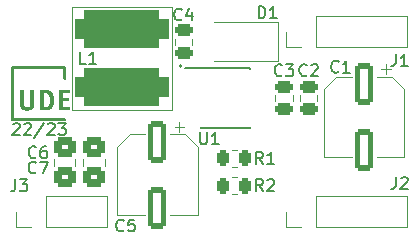
<source format=gto>
%TF.GenerationSoftware,KiCad,Pcbnew,(6.0.8)*%
%TF.CreationDate,2022-12-16T18:18:29+01:00*%
%TF.ProjectId,Single-DCDC-Converter-Rev3,53696e67-6c65-42d4-9443-44432d436f6e,rev?*%
%TF.SameCoordinates,Original*%
%TF.FileFunction,Legend,Top*%
%TF.FilePolarity,Positive*%
%FSLAX46Y46*%
G04 Gerber Fmt 4.6, Leading zero omitted, Abs format (unit mm)*
G04 Created by KiCad (PCBNEW (6.0.8)) date 2022-12-16 18:18:29*
%MOMM*%
%LPD*%
G01*
G04 APERTURE LIST*
G04 Aperture macros list*
%AMRoundRect*
0 Rectangle with rounded corners*
0 $1 Rounding radius*
0 $2 $3 $4 $5 $6 $7 $8 $9 X,Y pos of 4 corners*
0 Add a 4 corners polygon primitive as box body*
4,1,4,$2,$3,$4,$5,$6,$7,$8,$9,$2,$3,0*
0 Add four circle primitives for the rounded corners*
1,1,$1+$1,$2,$3*
1,1,$1+$1,$4,$5*
1,1,$1+$1,$6,$7*
1,1,$1+$1,$8,$9*
0 Add four rect primitives between the rounded corners*
20,1,$1+$1,$2,$3,$4,$5,0*
20,1,$1+$1,$4,$5,$6,$7,0*
20,1,$1+$1,$6,$7,$8,$9,0*
20,1,$1+$1,$8,$9,$2,$3,0*%
G04 Aperture macros list end*
%ADD10C,0.175000*%
%ADD11C,0.150000*%
%ADD12C,0.120000*%
%ADD13RoundRect,0.825000X3.175000X0.825000X-3.175000X0.825000X-3.175000X-0.825000X3.175000X-0.825000X0*%
%ADD14RoundRect,0.320754X-0.579246X0.529246X-0.579246X-0.529246X0.579246X-0.529246X0.579246X0.529246X0*%
%ADD15RoundRect,0.250000X-0.475000X0.250000X-0.475000X-0.250000X0.475000X-0.250000X0.475000X0.250000X0*%
%ADD16R,1.700000X1.700000*%
%ADD17O,1.700000X1.700000*%
%ADD18C,5.000000*%
%ADD19RoundRect,0.250000X-0.262500X-0.450000X0.262500X-0.450000X0.262500X0.450000X-0.262500X0.450000X0*%
%ADD20RoundRect,0.250000X-0.550000X1.500000X-0.550000X-1.500000X0.550000X-1.500000X0.550000X1.500000X0*%
%ADD21RoundRect,0.250000X0.262500X0.450000X-0.262500X0.450000X-0.262500X-0.450000X0.262500X-0.450000X0*%
%ADD22R,2.500000X1.800000*%
%ADD23R,2.600000X3.100000*%
%ADD24R,1.550000X0.600000*%
G04 APERTURE END LIST*
D10*
X96517500Y-83825000D02*
G75*
G03*
X96517500Y-83825000I-87500J0D01*
G01*
D11*
X82221904Y-88747619D02*
X82269523Y-88700000D01*
X82364761Y-88652380D01*
X82602857Y-88652380D01*
X82698095Y-88700000D01*
X82745714Y-88747619D01*
X82793333Y-88842857D01*
X82793333Y-88938095D01*
X82745714Y-89080952D01*
X82174285Y-89652380D01*
X82793333Y-89652380D01*
X83174285Y-88747619D02*
X83221904Y-88700000D01*
X83317142Y-88652380D01*
X83555238Y-88652380D01*
X83650476Y-88700000D01*
X83698095Y-88747619D01*
X83745714Y-88842857D01*
X83745714Y-88938095D01*
X83698095Y-89080952D01*
X83126666Y-89652380D01*
X83745714Y-89652380D01*
X84888571Y-88604761D02*
X84031428Y-89890476D01*
X85174285Y-88747619D02*
X85221904Y-88700000D01*
X85317142Y-88652380D01*
X85555238Y-88652380D01*
X85650476Y-88700000D01*
X85698095Y-88747619D01*
X85745714Y-88842857D01*
X85745714Y-88938095D01*
X85698095Y-89080952D01*
X85126666Y-89652380D01*
X85745714Y-89652380D01*
X86079047Y-88652380D02*
X86698095Y-88652380D01*
X86364761Y-89033333D01*
X86507619Y-89033333D01*
X86602857Y-89080952D01*
X86650476Y-89128571D01*
X86698095Y-89223809D01*
X86698095Y-89461904D01*
X86650476Y-89557142D01*
X86602857Y-89604761D01*
X86507619Y-89652380D01*
X86221904Y-89652380D01*
X86126666Y-89604761D01*
X86079047Y-89557142D01*
X88403333Y-83607380D02*
X87927142Y-83607380D01*
X87927142Y-82607380D01*
X89260476Y-83607380D02*
X88689047Y-83607380D01*
X88974761Y-83607380D02*
X88974761Y-82607380D01*
X88879523Y-82750238D01*
X88784285Y-82845476D01*
X88689047Y-82893095D01*
X84173333Y-91512142D02*
X84125714Y-91559761D01*
X83982857Y-91607380D01*
X83887619Y-91607380D01*
X83744761Y-91559761D01*
X83649523Y-91464523D01*
X83601904Y-91369285D01*
X83554285Y-91178809D01*
X83554285Y-91035952D01*
X83601904Y-90845476D01*
X83649523Y-90750238D01*
X83744761Y-90655000D01*
X83887619Y-90607380D01*
X83982857Y-90607380D01*
X84125714Y-90655000D01*
X84173333Y-90702619D01*
X85030476Y-90607380D02*
X84840000Y-90607380D01*
X84744761Y-90655000D01*
X84697142Y-90702619D01*
X84601904Y-90845476D01*
X84554285Y-91035952D01*
X84554285Y-91416904D01*
X84601904Y-91512142D01*
X84649523Y-91559761D01*
X84744761Y-91607380D01*
X84935238Y-91607380D01*
X85030476Y-91559761D01*
X85078095Y-91512142D01*
X85125714Y-91416904D01*
X85125714Y-91178809D01*
X85078095Y-91083571D01*
X85030476Y-91035952D01*
X84935238Y-90988333D01*
X84744761Y-90988333D01*
X84649523Y-91035952D01*
X84601904Y-91083571D01*
X84554285Y-91178809D01*
X96503333Y-79847142D02*
X96455714Y-79894761D01*
X96312857Y-79942380D01*
X96217619Y-79942380D01*
X96074761Y-79894761D01*
X95979523Y-79799523D01*
X95931904Y-79704285D01*
X95884285Y-79513809D01*
X95884285Y-79370952D01*
X95931904Y-79180476D01*
X95979523Y-79085238D01*
X96074761Y-78990000D01*
X96217619Y-78942380D01*
X96312857Y-78942380D01*
X96455714Y-78990000D01*
X96503333Y-79037619D01*
X97360476Y-79275714D02*
X97360476Y-79942380D01*
X97122380Y-78894761D02*
X96884285Y-79609047D01*
X97503333Y-79609047D01*
X82426666Y-93407380D02*
X82426666Y-94121666D01*
X82379047Y-94264523D01*
X82283809Y-94359761D01*
X82140952Y-94407380D01*
X82045714Y-94407380D01*
X82807619Y-93407380D02*
X83426666Y-93407380D01*
X83093333Y-93788333D01*
X83236190Y-93788333D01*
X83331428Y-93835952D01*
X83379047Y-93883571D01*
X83426666Y-93978809D01*
X83426666Y-94216904D01*
X83379047Y-94312142D01*
X83331428Y-94359761D01*
X83236190Y-94407380D01*
X82950476Y-94407380D01*
X82855238Y-94359761D01*
X82807619Y-94312142D01*
X114646666Y-93217380D02*
X114646666Y-93931666D01*
X114599047Y-94074523D01*
X114503809Y-94169761D01*
X114360952Y-94217380D01*
X114265714Y-94217380D01*
X115075238Y-93312619D02*
X115122857Y-93265000D01*
X115218095Y-93217380D01*
X115456190Y-93217380D01*
X115551428Y-93265000D01*
X115599047Y-93312619D01*
X115646666Y-93407857D01*
X115646666Y-93503095D01*
X115599047Y-93645952D01*
X115027619Y-94217380D01*
X115646666Y-94217380D01*
X103393333Y-92087380D02*
X103060000Y-91611190D01*
X102821904Y-92087380D02*
X102821904Y-91087380D01*
X103202857Y-91087380D01*
X103298095Y-91135000D01*
X103345714Y-91182619D01*
X103393333Y-91277857D01*
X103393333Y-91420714D01*
X103345714Y-91515952D01*
X103298095Y-91563571D01*
X103202857Y-91611190D01*
X102821904Y-91611190D01*
X104345714Y-92087380D02*
X103774285Y-92087380D01*
X104060000Y-92087380D02*
X104060000Y-91087380D01*
X103964761Y-91230238D01*
X103869523Y-91325476D01*
X103774285Y-91373095D01*
X84173333Y-92812142D02*
X84125714Y-92859761D01*
X83982857Y-92907380D01*
X83887619Y-92907380D01*
X83744761Y-92859761D01*
X83649523Y-92764523D01*
X83601904Y-92669285D01*
X83554285Y-92478809D01*
X83554285Y-92335952D01*
X83601904Y-92145476D01*
X83649523Y-92050238D01*
X83744761Y-91955000D01*
X83887619Y-91907380D01*
X83982857Y-91907380D01*
X84125714Y-91955000D01*
X84173333Y-92002619D01*
X84506666Y-91907380D02*
X85173333Y-91907380D01*
X84744761Y-92907380D01*
X91593333Y-97722142D02*
X91545714Y-97769761D01*
X91402857Y-97817380D01*
X91307619Y-97817380D01*
X91164761Y-97769761D01*
X91069523Y-97674523D01*
X91021904Y-97579285D01*
X90974285Y-97388809D01*
X90974285Y-97245952D01*
X91021904Y-97055476D01*
X91069523Y-96960238D01*
X91164761Y-96865000D01*
X91307619Y-96817380D01*
X91402857Y-96817380D01*
X91545714Y-96865000D01*
X91593333Y-96912619D01*
X92498095Y-96817380D02*
X92021904Y-96817380D01*
X91974285Y-97293571D01*
X92021904Y-97245952D01*
X92117142Y-97198333D01*
X92355238Y-97198333D01*
X92450476Y-97245952D01*
X92498095Y-97293571D01*
X92545714Y-97388809D01*
X92545714Y-97626904D01*
X92498095Y-97722142D01*
X92450476Y-97769761D01*
X92355238Y-97817380D01*
X92117142Y-97817380D01*
X92021904Y-97769761D01*
X91974285Y-97722142D01*
X104993333Y-84572142D02*
X104945714Y-84619761D01*
X104802857Y-84667380D01*
X104707619Y-84667380D01*
X104564761Y-84619761D01*
X104469523Y-84524523D01*
X104421904Y-84429285D01*
X104374285Y-84238809D01*
X104374285Y-84095952D01*
X104421904Y-83905476D01*
X104469523Y-83810238D01*
X104564761Y-83715000D01*
X104707619Y-83667380D01*
X104802857Y-83667380D01*
X104945714Y-83715000D01*
X104993333Y-83762619D01*
X105326666Y-83667380D02*
X105945714Y-83667380D01*
X105612380Y-84048333D01*
X105755238Y-84048333D01*
X105850476Y-84095952D01*
X105898095Y-84143571D01*
X105945714Y-84238809D01*
X105945714Y-84476904D01*
X105898095Y-84572142D01*
X105850476Y-84619761D01*
X105755238Y-84667380D01*
X105469523Y-84667380D01*
X105374285Y-84619761D01*
X105326666Y-84572142D01*
X107093333Y-84572142D02*
X107045714Y-84619761D01*
X106902857Y-84667380D01*
X106807619Y-84667380D01*
X106664761Y-84619761D01*
X106569523Y-84524523D01*
X106521904Y-84429285D01*
X106474285Y-84238809D01*
X106474285Y-84095952D01*
X106521904Y-83905476D01*
X106569523Y-83810238D01*
X106664761Y-83715000D01*
X106807619Y-83667380D01*
X106902857Y-83667380D01*
X107045714Y-83715000D01*
X107093333Y-83762619D01*
X107474285Y-83762619D02*
X107521904Y-83715000D01*
X107617142Y-83667380D01*
X107855238Y-83667380D01*
X107950476Y-83715000D01*
X107998095Y-83762619D01*
X108045714Y-83857857D01*
X108045714Y-83953095D01*
X107998095Y-84095952D01*
X107426666Y-84667380D01*
X108045714Y-84667380D01*
X114646666Y-82807380D02*
X114646666Y-83521666D01*
X114599047Y-83664523D01*
X114503809Y-83759761D01*
X114360952Y-83807380D01*
X114265714Y-83807380D01*
X115646666Y-83807380D02*
X115075238Y-83807380D01*
X115360952Y-83807380D02*
X115360952Y-82807380D01*
X115265714Y-82950238D01*
X115170476Y-83045476D01*
X115075238Y-83093095D01*
X103393333Y-94387380D02*
X103060000Y-93911190D01*
X102821904Y-94387380D02*
X102821904Y-93387380D01*
X103202857Y-93387380D01*
X103298095Y-93435000D01*
X103345714Y-93482619D01*
X103393333Y-93577857D01*
X103393333Y-93720714D01*
X103345714Y-93815952D01*
X103298095Y-93863571D01*
X103202857Y-93911190D01*
X102821904Y-93911190D01*
X103774285Y-93482619D02*
X103821904Y-93435000D01*
X103917142Y-93387380D01*
X104155238Y-93387380D01*
X104250476Y-93435000D01*
X104298095Y-93482619D01*
X104345714Y-93577857D01*
X104345714Y-93673095D01*
X104298095Y-93815952D01*
X103726666Y-94387380D01*
X104345714Y-94387380D01*
X109793333Y-84272142D02*
X109745714Y-84319761D01*
X109602857Y-84367380D01*
X109507619Y-84367380D01*
X109364761Y-84319761D01*
X109269523Y-84224523D01*
X109221904Y-84129285D01*
X109174285Y-83938809D01*
X109174285Y-83795952D01*
X109221904Y-83605476D01*
X109269523Y-83510238D01*
X109364761Y-83415000D01*
X109507619Y-83367380D01*
X109602857Y-83367380D01*
X109745714Y-83415000D01*
X109793333Y-83462619D01*
X110745714Y-84367380D02*
X110174285Y-84367380D01*
X110460000Y-84367380D02*
X110460000Y-83367380D01*
X110364761Y-83510238D01*
X110269523Y-83605476D01*
X110174285Y-83653095D01*
X103021904Y-79767380D02*
X103021904Y-78767380D01*
X103260000Y-78767380D01*
X103402857Y-78815000D01*
X103498095Y-78910238D01*
X103545714Y-79005476D01*
X103593333Y-79195952D01*
X103593333Y-79338809D01*
X103545714Y-79529285D01*
X103498095Y-79624523D01*
X103402857Y-79719761D01*
X103260000Y-79767380D01*
X103021904Y-79767380D01*
X104545714Y-79767380D02*
X103974285Y-79767380D01*
X104260000Y-79767380D02*
X104260000Y-78767380D01*
X104164761Y-78910238D01*
X104069523Y-79005476D01*
X103974285Y-79053095D01*
X98078095Y-89437380D02*
X98078095Y-90246904D01*
X98125714Y-90342142D01*
X98173333Y-90389761D01*
X98268571Y-90437380D01*
X98459047Y-90437380D01*
X98554285Y-90389761D01*
X98601904Y-90342142D01*
X98649523Y-90246904D01*
X98649523Y-89437380D01*
X99649523Y-90437380D02*
X99078095Y-90437380D01*
X99363809Y-90437380D02*
X99363809Y-89437380D01*
X99268571Y-89580238D01*
X99173333Y-89675476D01*
X99078095Y-89723095D01*
D12*
X95690000Y-87515000D02*
X87190000Y-87515000D01*
X87190000Y-87515000D02*
X87190000Y-78815000D01*
X87190000Y-78815000D02*
X95690000Y-78815000D01*
X95690000Y-78815000D02*
X95690000Y-87515000D01*
X90000000Y-91655000D02*
X90000000Y-92255000D01*
X88180000Y-91655000D02*
X88180000Y-92255000D01*
X95935000Y-81488748D02*
X95935000Y-82011252D01*
X97405000Y-81488748D02*
X97405000Y-82011252D01*
X85050000Y-97465000D02*
X85050000Y-94805000D01*
X82450000Y-97465000D02*
X82450000Y-96135000D01*
X90190000Y-97465000D02*
X90190000Y-94805000D01*
X83780000Y-97465000D02*
X82450000Y-97465000D01*
X85050000Y-97465000D02*
X90190000Y-97465000D01*
X85050000Y-94805000D02*
X90190000Y-94805000D01*
X106640000Y-97465000D02*
X105310000Y-97465000D01*
X115590000Y-97465000D02*
X115590000Y-94805000D01*
X105310000Y-97465000D02*
X105310000Y-96135000D01*
X107910000Y-94805000D02*
X115590000Y-94805000D01*
X107910000Y-97465000D02*
X107910000Y-94805000D01*
X107910000Y-97465000D02*
X115590000Y-97465000D01*
X100732936Y-92370000D02*
X101187064Y-92370000D01*
X100732936Y-90900000D02*
X101187064Y-90900000D01*
X87500000Y-91655000D02*
X87500000Y-92255000D01*
X85680000Y-91655000D02*
X85680000Y-92255000D01*
X97870000Y-96425000D02*
X95520000Y-96425000D01*
X92114437Y-89605000D02*
X91050000Y-90669437D01*
X92114437Y-89605000D02*
X93400000Y-89605000D01*
X96805563Y-89605000D02*
X95520000Y-89605000D01*
X97870000Y-90669437D02*
X97870000Y-96425000D01*
X96701250Y-88971250D02*
X95913750Y-88971250D01*
X96805563Y-89605000D02*
X97870000Y-90669437D01*
X96307500Y-88577500D02*
X96307500Y-89365000D01*
X91050000Y-90669437D02*
X91050000Y-96425000D01*
X91050000Y-96425000D02*
X93400000Y-96425000D01*
X104425000Y-86253748D02*
X104425000Y-86776252D01*
X105895000Y-86253748D02*
X105895000Y-86776252D01*
X107995000Y-86253748D02*
X107995000Y-86776252D01*
X106525000Y-86253748D02*
X106525000Y-86776252D01*
X107910000Y-82225000D02*
X115590000Y-82225000D01*
X106640000Y-82225000D02*
X105310000Y-82225000D01*
X115590000Y-82225000D02*
X115590000Y-79565000D01*
X107910000Y-79565000D02*
X115590000Y-79565000D01*
X105310000Y-82225000D02*
X105310000Y-80895000D01*
X107910000Y-82225000D02*
X107910000Y-79565000D01*
G36*
X86684797Y-85831444D02*
G01*
X86764733Y-85831608D01*
X86833307Y-85831893D01*
X86891183Y-85832311D01*
X86939023Y-85832874D01*
X86977493Y-85833592D01*
X87007256Y-85834476D01*
X87028975Y-85835538D01*
X87043316Y-85836787D01*
X87050940Y-85838236D01*
X87052411Y-85839007D01*
X87056637Y-85844635D01*
X87058797Y-85852331D01*
X87058622Y-85863827D01*
X87055847Y-85880854D01*
X87050204Y-85905142D01*
X87041425Y-85938423D01*
X87031554Y-85974160D01*
X87020024Y-86014369D01*
X87010675Y-86044054D01*
X87002802Y-86065047D01*
X86995696Y-86079182D01*
X86988650Y-86088290D01*
X86986856Y-86089961D01*
X86970484Y-86104238D01*
X86463573Y-86104238D01*
X86463573Y-86516678D01*
X86693905Y-86516678D01*
X86759005Y-86516798D01*
X86812277Y-86517174D01*
X86854581Y-86517835D01*
X86886777Y-86518807D01*
X86909724Y-86520119D01*
X86924284Y-86521798D01*
X86931315Y-86523872D01*
X86931852Y-86524293D01*
X86934860Y-86532151D01*
X86937072Y-86549455D01*
X86938537Y-86577076D01*
X86939310Y-86615883D01*
X86939466Y-86650838D01*
X86939411Y-86692455D01*
X86939111Y-86723218D01*
X86938366Y-86744966D01*
X86936974Y-86759535D01*
X86934735Y-86768763D01*
X86931446Y-86774487D01*
X86926908Y-86778543D01*
X86925364Y-86779646D01*
X86920103Y-86782310D01*
X86911867Y-86784459D01*
X86899388Y-86786146D01*
X86881398Y-86787424D01*
X86856630Y-86788345D01*
X86823818Y-86788963D01*
X86781694Y-86789329D01*
X86728990Y-86789497D01*
X86687417Y-86789524D01*
X86463573Y-86789524D01*
X86463573Y-87278107D01*
X86748332Y-87278107D01*
X86816361Y-87278142D01*
X86872810Y-87278273D01*
X86918790Y-87278540D01*
X86955412Y-87278983D01*
X86983785Y-87279641D01*
X87005020Y-87280553D01*
X87020228Y-87281761D01*
X87030519Y-87283303D01*
X87037004Y-87285219D01*
X87040794Y-87287549D01*
X87041799Y-87288600D01*
X87045106Y-87295705D01*
X87047522Y-87308916D01*
X87049154Y-87329766D01*
X87050108Y-87359788D01*
X87050489Y-87400516D01*
X87050508Y-87414530D01*
X87050272Y-87458645D01*
X87049495Y-87491610D01*
X87048071Y-87514959D01*
X87045892Y-87530224D01*
X87042855Y-87538940D01*
X87041799Y-87540460D01*
X87039296Y-87542493D01*
X87034820Y-87544248D01*
X87027490Y-87545744D01*
X87016428Y-87547002D01*
X87000752Y-87548042D01*
X86979585Y-87548885D01*
X86952045Y-87549550D01*
X86917254Y-87550058D01*
X86874332Y-87550429D01*
X86822399Y-87550684D01*
X86760575Y-87550842D01*
X86687981Y-87550925D01*
X86603738Y-87550952D01*
X86586981Y-87550953D01*
X86500172Y-87550930D01*
X86425181Y-87550847D01*
X86361134Y-87550687D01*
X86307158Y-87550429D01*
X86262380Y-87550054D01*
X86225928Y-87549544D01*
X86196927Y-87548880D01*
X86174506Y-87548042D01*
X86157791Y-87547011D01*
X86145909Y-87545768D01*
X86137986Y-87544294D01*
X86133151Y-87542571D01*
X86130901Y-87540982D01*
X86129463Y-87538636D01*
X86128169Y-87534201D01*
X86127011Y-87527046D01*
X86125982Y-87516539D01*
X86125073Y-87502049D01*
X86124279Y-87482944D01*
X86123591Y-87458592D01*
X86123002Y-87428362D01*
X86122505Y-87391623D01*
X86122092Y-87347743D01*
X86121756Y-87296090D01*
X86121489Y-87236034D01*
X86121284Y-87166942D01*
X86121134Y-87088183D01*
X86121031Y-86999125D01*
X86120967Y-86899138D01*
X86120936Y-86787588D01*
X86120930Y-86691173D01*
X86120941Y-86570072D01*
X86120978Y-86461031D01*
X86121049Y-86363417D01*
X86121162Y-86276599D01*
X86121323Y-86199945D01*
X86121540Y-86132825D01*
X86121821Y-86074606D01*
X86122173Y-86024656D01*
X86122603Y-85982345D01*
X86123119Y-85947041D01*
X86123729Y-85918112D01*
X86124439Y-85894928D01*
X86125256Y-85876855D01*
X86126190Y-85863263D01*
X86127246Y-85853521D01*
X86128432Y-85846996D01*
X86129756Y-85843058D01*
X86130901Y-85841364D01*
X86133864Y-85839436D01*
X86139201Y-85837770D01*
X86147779Y-85836347D01*
X86160465Y-85835150D01*
X86178126Y-85834158D01*
X86201631Y-85833354D01*
X86231845Y-85832718D01*
X86269636Y-85832231D01*
X86315871Y-85831876D01*
X86371418Y-85831634D01*
X86437143Y-85831485D01*
X86513914Y-85831411D01*
X86592834Y-85831392D01*
X86684797Y-85831444D01*
G37*
G36*
X84870891Y-85831568D02*
G01*
X84931510Y-85832073D01*
X84987866Y-85832871D01*
X85038300Y-85833926D01*
X85081152Y-85835205D01*
X85114764Y-85836671D01*
X85137476Y-85838289D01*
X85138755Y-85838423D01*
X85228613Y-85852221D01*
X85309526Y-85873526D01*
X85381808Y-85902713D01*
X85445775Y-85940155D01*
X85501743Y-85986225D01*
X85550028Y-86041297D01*
X85590946Y-86105745D01*
X85624811Y-86179943D01*
X85651941Y-86264264D01*
X85672650Y-86359082D01*
X85687254Y-86464770D01*
X85689779Y-86490609D01*
X85692527Y-86532085D01*
X85694215Y-86582153D01*
X85694895Y-86638213D01*
X85694622Y-86697660D01*
X85693450Y-86757892D01*
X85691433Y-86816307D01*
X85688624Y-86870301D01*
X85685078Y-86917272D01*
X85680849Y-86954617D01*
X85680058Y-86959868D01*
X85660258Y-87061152D01*
X85634411Y-87151572D01*
X85602243Y-87231565D01*
X85563482Y-87301566D01*
X85517853Y-87362014D01*
X85465084Y-87413344D01*
X85404901Y-87455993D01*
X85352142Y-87483739D01*
X85314251Y-87499844D01*
X85276755Y-87512849D01*
X85235408Y-87524043D01*
X85185963Y-87534720D01*
X85181834Y-87535531D01*
X85166278Y-87538162D01*
X85147906Y-87540399D01*
X85125487Y-87542290D01*
X85097790Y-87543884D01*
X85063584Y-87545228D01*
X85021637Y-87546371D01*
X84970717Y-87547361D01*
X84909595Y-87548246D01*
X84837037Y-87549074D01*
X84835465Y-87549090D01*
X84766524Y-87549771D01*
X84709166Y-87550245D01*
X84662284Y-87550482D01*
X84624771Y-87550456D01*
X84595522Y-87550139D01*
X84573429Y-87549504D01*
X84557386Y-87548524D01*
X84546287Y-87547170D01*
X84539025Y-87545415D01*
X84534494Y-87543232D01*
X84532480Y-87541562D01*
X84530964Y-87539356D01*
X84529599Y-87535503D01*
X84528378Y-87529366D01*
X84527292Y-87520305D01*
X84526335Y-87507683D01*
X84525498Y-87490861D01*
X84524773Y-87469201D01*
X84524152Y-87442065D01*
X84523627Y-87408814D01*
X84523190Y-87368810D01*
X84522835Y-87321416D01*
X84522623Y-87279951D01*
X84864572Y-87279951D01*
X84958164Y-87276289D01*
X84996257Y-87274198D01*
X85032457Y-87271125D01*
X85063348Y-87267425D01*
X85085512Y-87263453D01*
X85088012Y-87262818D01*
X85140054Y-87244577D01*
X85184841Y-87219554D01*
X85222879Y-87186976D01*
X85254673Y-87146065D01*
X85280730Y-87096046D01*
X85301554Y-87036144D01*
X85317651Y-86965583D01*
X85328288Y-86894220D01*
X85331056Y-86862797D01*
X85333172Y-86821782D01*
X85334636Y-86773809D01*
X85335447Y-86721514D01*
X85335605Y-86667530D01*
X85335109Y-86614491D01*
X85333958Y-86565032D01*
X85332153Y-86521785D01*
X85329693Y-86487386D01*
X85328364Y-86475434D01*
X85315476Y-86397334D01*
X85298555Y-86330604D01*
X85277309Y-86274489D01*
X85251447Y-86228235D01*
X85220677Y-86191084D01*
X85217288Y-86187812D01*
X85188107Y-86162911D01*
X85158091Y-86143521D01*
X85125064Y-86128947D01*
X85086853Y-86118497D01*
X85041282Y-86111474D01*
X84986177Y-86107186D01*
X84961337Y-86106094D01*
X84864572Y-86102539D01*
X84864572Y-87279951D01*
X84522623Y-87279951D01*
X84522551Y-87265992D01*
X84522332Y-87201901D01*
X84522170Y-87128505D01*
X84522057Y-87045164D01*
X84521984Y-86951241D01*
X84521944Y-86846098D01*
X84521930Y-86729096D01*
X84521929Y-86691173D01*
X84521940Y-86570072D01*
X84521977Y-86461031D01*
X84522048Y-86363417D01*
X84522161Y-86276599D01*
X84522322Y-86199945D01*
X84522539Y-86132825D01*
X84522685Y-86102539D01*
X84522820Y-86074606D01*
X84523172Y-86024656D01*
X84523603Y-85982345D01*
X84524119Y-85947041D01*
X84524728Y-85918112D01*
X84525438Y-85894928D01*
X84526256Y-85876855D01*
X84527189Y-85863263D01*
X84528245Y-85853521D01*
X84529431Y-85846996D01*
X84530755Y-85843058D01*
X84531900Y-85841364D01*
X84535593Y-85838893D01*
X84542026Y-85836860D01*
X84552342Y-85835224D01*
X84567685Y-85833942D01*
X84589195Y-85832974D01*
X84618017Y-85832279D01*
X84655293Y-85831815D01*
X84702164Y-85831540D01*
X84759775Y-85831414D01*
X84807669Y-85831392D01*
X84870891Y-85831568D01*
G37*
G36*
X84586493Y-83832643D02*
G01*
X84774527Y-83832649D01*
X84950656Y-83832661D01*
X85115275Y-83832681D01*
X85268778Y-83832712D01*
X85411556Y-83832755D01*
X85544005Y-83832813D01*
X85666516Y-83832888D01*
X85779484Y-83832981D01*
X85883302Y-83833095D01*
X85978364Y-83833231D01*
X86065062Y-83833392D01*
X86143790Y-83833580D01*
X86214941Y-83833797D01*
X86278909Y-83834045D01*
X86336088Y-83834326D01*
X86386869Y-83834642D01*
X86431648Y-83834994D01*
X86470817Y-83835386D01*
X86504770Y-83835819D01*
X86533900Y-83836296D01*
X86558600Y-83836817D01*
X86579264Y-83837386D01*
X86596285Y-83838004D01*
X86610057Y-83838673D01*
X86620973Y-83839396D01*
X86629425Y-83840175D01*
X86635809Y-83841011D01*
X86640517Y-83841906D01*
X86643942Y-83842863D01*
X86646478Y-83843884D01*
X86647525Y-83844414D01*
X86665498Y-83857021D01*
X86683759Y-83874231D01*
X86688670Y-83879899D01*
X86707865Y-83903613D01*
X86709555Y-84448876D01*
X86709836Y-84545343D01*
X86710035Y-84629895D01*
X86710140Y-84703310D01*
X86710140Y-84766362D01*
X86710024Y-84819828D01*
X86709779Y-84864485D01*
X86709396Y-84901107D01*
X86708861Y-84930472D01*
X86708164Y-84953355D01*
X86707294Y-84970532D01*
X86706238Y-84982780D01*
X86704986Y-84990874D01*
X86703525Y-84995591D01*
X86701846Y-84997706D01*
X86701464Y-84997893D01*
X86691430Y-84997252D01*
X86672324Y-84992391D01*
X86646661Y-84984262D01*
X86616955Y-84973818D01*
X86585721Y-84962012D01*
X86555475Y-84949798D01*
X86528732Y-84938128D01*
X86508006Y-84927956D01*
X86495814Y-84920235D01*
X86495299Y-84919768D01*
X86479436Y-84904704D01*
X86477718Y-84482887D01*
X86475999Y-84061070D01*
X82294749Y-84061070D01*
X82294749Y-88248929D01*
X84490203Y-88248929D01*
X84688358Y-88248930D01*
X84874220Y-88248933D01*
X85048183Y-88248941D01*
X85210644Y-88248956D01*
X85362000Y-88248980D01*
X85502646Y-88249016D01*
X85632978Y-88249066D01*
X85753393Y-88249133D01*
X85864287Y-88249217D01*
X85966056Y-88249323D01*
X86059097Y-88249452D01*
X86143805Y-88249606D01*
X86220576Y-88249787D01*
X86289808Y-88249998D01*
X86351895Y-88250242D01*
X86407234Y-88250520D01*
X86456222Y-88250835D01*
X86499254Y-88251189D01*
X86536727Y-88251584D01*
X86569037Y-88252022D01*
X86596580Y-88252506D01*
X86619752Y-88253039D01*
X86638949Y-88253622D01*
X86654568Y-88254257D01*
X86667005Y-88254948D01*
X86676655Y-88255695D01*
X86683916Y-88256502D01*
X86689183Y-88257371D01*
X86692852Y-88258304D01*
X86695320Y-88259303D01*
X86696983Y-88260371D01*
X86698237Y-88261510D01*
X86698347Y-88261620D01*
X86703374Y-88267707D01*
X86706874Y-88275685D01*
X86709120Y-88287770D01*
X86710381Y-88306179D01*
X86710929Y-88333127D01*
X86711037Y-88365333D01*
X86710911Y-88401340D01*
X86710340Y-88426863D01*
X86709040Y-88444109D01*
X86706724Y-88455284D01*
X86703107Y-88462592D01*
X86697903Y-88468241D01*
X86697681Y-88468443D01*
X86696288Y-88469520D01*
X86694303Y-88470531D01*
X86691335Y-88471479D01*
X86686994Y-88472366D01*
X86680889Y-88473194D01*
X86672629Y-88473965D01*
X86661825Y-88474682D01*
X86648084Y-88475347D01*
X86631017Y-88475961D01*
X86610233Y-88476529D01*
X86585341Y-88477050D01*
X86555951Y-88477529D01*
X86521672Y-88477966D01*
X86482114Y-88478365D01*
X86436886Y-88478727D01*
X86385596Y-88479055D01*
X86327856Y-88479352D01*
X86263273Y-88479618D01*
X86191458Y-88479857D01*
X86112020Y-88480071D01*
X86024568Y-88480261D01*
X85928711Y-88480431D01*
X85824060Y-88480583D01*
X85710222Y-88480718D01*
X85586809Y-88480839D01*
X85453428Y-88480949D01*
X85309690Y-88481048D01*
X85155204Y-88481141D01*
X84989579Y-88481229D01*
X84812425Y-88481313D01*
X84623351Y-88481397D01*
X84427671Y-88481481D01*
X84258998Y-88481538D01*
X84093492Y-88481568D01*
X83931608Y-88481570D01*
X83773801Y-88481546D01*
X83620529Y-88481496D01*
X83472246Y-88481422D01*
X83329409Y-88481323D01*
X83192474Y-88481201D01*
X83061896Y-88481057D01*
X82938132Y-88480891D01*
X82821638Y-88480705D01*
X82712869Y-88480498D01*
X82612281Y-88480272D01*
X82520331Y-88480027D01*
X82437474Y-88479765D01*
X82364167Y-88479486D01*
X82300864Y-88479191D01*
X82248023Y-88478880D01*
X82206099Y-88478555D01*
X82175548Y-88478216D01*
X82156825Y-88477864D01*
X82150482Y-88477541D01*
X82124185Y-88466394D01*
X82098344Y-88447426D01*
X82078082Y-88424614D01*
X82074246Y-88418336D01*
X82073252Y-88416078D01*
X82072320Y-88412787D01*
X82071447Y-88408072D01*
X82070631Y-88401542D01*
X82069870Y-88392805D01*
X82069162Y-88381470D01*
X82068505Y-88367144D01*
X82067898Y-88349438D01*
X82067339Y-88327958D01*
X82066824Y-88302314D01*
X82066354Y-88272114D01*
X82065925Y-88236966D01*
X82065536Y-88196479D01*
X82065185Y-88150262D01*
X82064870Y-88097922D01*
X82064589Y-88039069D01*
X82064339Y-87973311D01*
X82064121Y-87900256D01*
X82063930Y-87819513D01*
X82063766Y-87730690D01*
X82063626Y-87633396D01*
X82063508Y-87527239D01*
X82063412Y-87411828D01*
X82063334Y-87286771D01*
X82063272Y-87151676D01*
X82063226Y-87006153D01*
X82063192Y-86849810D01*
X82063169Y-86682254D01*
X82063156Y-86503095D01*
X82063149Y-86311941D01*
X82063148Y-86155000D01*
X82063148Y-83911957D01*
X82077977Y-83888106D01*
X82093069Y-83869842D01*
X82112975Y-83852867D01*
X82119779Y-83848448D01*
X82146751Y-83832642D01*
X84386163Y-83832642D01*
X84586493Y-83832643D01*
G37*
G36*
X83911605Y-85831602D02*
G01*
X83953093Y-85832260D01*
X83983748Y-85833410D01*
X84004497Y-85835097D01*
X84016264Y-85837363D01*
X84019386Y-85839007D01*
X84020624Y-85846466D01*
X84021761Y-85865575D01*
X84022796Y-85895291D01*
X84023729Y-85934574D01*
X84024560Y-85982383D01*
X84025287Y-86037676D01*
X84025909Y-86099412D01*
X84026427Y-86166551D01*
X84026839Y-86238051D01*
X84027145Y-86312871D01*
X84027344Y-86389970D01*
X84027435Y-86468307D01*
X84027417Y-86546840D01*
X84027291Y-86624529D01*
X84027055Y-86700332D01*
X84026708Y-86773209D01*
X84026250Y-86842118D01*
X84025681Y-86906018D01*
X84024999Y-86963868D01*
X84024203Y-87014627D01*
X84023294Y-87057254D01*
X84022270Y-87090707D01*
X84021131Y-87113946D01*
X84020238Y-87123776D01*
X84003769Y-87211732D01*
X83979525Y-87289761D01*
X83947224Y-87358177D01*
X83906587Y-87417293D01*
X83857333Y-87467423D01*
X83799182Y-87508880D01*
X83731855Y-87541978D01*
X83655069Y-87567030D01*
X83615948Y-87576051D01*
X83573078Y-87582869D01*
X83521568Y-87588042D01*
X83465382Y-87591413D01*
X83408482Y-87592820D01*
X83354832Y-87592106D01*
X83308396Y-87589110D01*
X83303643Y-87588606D01*
X83214213Y-87573820D01*
X83134070Y-87550396D01*
X83063172Y-87518299D01*
X83001480Y-87477494D01*
X82948952Y-87427948D01*
X82905546Y-87369627D01*
X82871223Y-87302497D01*
X82845940Y-87226522D01*
X82840200Y-87202404D01*
X82836082Y-87182486D01*
X82832436Y-87162135D01*
X82829233Y-87140494D01*
X82826445Y-87116706D01*
X82824044Y-87089915D01*
X82822003Y-87059263D01*
X82820293Y-87023893D01*
X82818887Y-86982950D01*
X82817757Y-86935575D01*
X82816875Y-86880912D01*
X82816213Y-86818104D01*
X82815743Y-86746294D01*
X82815438Y-86664626D01*
X82815268Y-86572242D01*
X82815208Y-86468286D01*
X82815207Y-86434190D01*
X82815250Y-86331670D01*
X82815371Y-86241175D01*
X82815578Y-86162042D01*
X82815880Y-86093605D01*
X82816288Y-86035201D01*
X82816810Y-85986164D01*
X82817455Y-85945830D01*
X82818232Y-85913534D01*
X82819151Y-85888612D01*
X82820221Y-85870400D01*
X82821450Y-85858233D01*
X82822849Y-85851446D01*
X82823268Y-85850428D01*
X82831289Y-85834565D01*
X82984413Y-85832867D01*
X83033265Y-85832418D01*
X83070978Y-85832342D01*
X83099099Y-85832718D01*
X83119176Y-85833626D01*
X83132757Y-85835146D01*
X83141390Y-85837357D01*
X83146622Y-85840338D01*
X83147620Y-85841252D01*
X83149332Y-85843890D01*
X83150842Y-85848671D01*
X83152162Y-85856352D01*
X83153306Y-85867687D01*
X83154286Y-85883431D01*
X83155115Y-85904341D01*
X83155805Y-85931170D01*
X83156371Y-85964674D01*
X83156824Y-86005609D01*
X83157177Y-86054730D01*
X83157444Y-86112792D01*
X83157636Y-86180550D01*
X83157768Y-86258759D01*
X83157851Y-86348176D01*
X83157898Y-86445748D01*
X83157996Y-86541215D01*
X83158221Y-86631692D01*
X83158563Y-86716380D01*
X83159017Y-86794482D01*
X83159573Y-86865198D01*
X83160224Y-86927731D01*
X83160962Y-86981283D01*
X83161778Y-87025056D01*
X83162666Y-87058251D01*
X83163617Y-87080070D01*
X83164262Y-87087750D01*
X83174711Y-87146139D01*
X83189876Y-87193817D01*
X83210441Y-87232108D01*
X83237088Y-87262333D01*
X83264832Y-87282552D01*
X83299714Y-87299586D01*
X83338571Y-87310705D01*
X83384207Y-87316502D01*
X83430548Y-87317688D01*
X83491482Y-87313174D01*
X83543138Y-87300369D01*
X83586248Y-87278775D01*
X83621549Y-87247896D01*
X83649773Y-87207237D01*
X83671655Y-87156302D01*
X83672299Y-87154375D01*
X83673744Y-87147666D01*
X83675056Y-87136251D01*
X83676246Y-87119474D01*
X83677326Y-87096680D01*
X83678307Y-87067216D01*
X83679201Y-87030427D01*
X83680019Y-86985656D01*
X83680774Y-86932251D01*
X83681477Y-86869557D01*
X83682140Y-86796917D01*
X83682774Y-86713679D01*
X83683391Y-86619186D01*
X83684002Y-86512786D01*
X83684121Y-86490682D01*
X83684716Y-86383949D01*
X83685300Y-86289226D01*
X83685889Y-86205834D01*
X83686493Y-86133093D01*
X83687126Y-86070323D01*
X83687800Y-86016844D01*
X83688528Y-85971977D01*
X83689323Y-85935042D01*
X83690197Y-85905358D01*
X83691164Y-85882246D01*
X83692235Y-85865026D01*
X83693425Y-85853019D01*
X83694744Y-85845544D01*
X83696206Y-85841921D01*
X83696238Y-85841881D01*
X83700258Y-85838556D01*
X83707124Y-85836006D01*
X83718376Y-85834132D01*
X83735557Y-85832835D01*
X83760207Y-85832014D01*
X83793868Y-85831570D01*
X83838081Y-85831404D01*
X83858359Y-85831392D01*
X83911605Y-85831602D01*
G37*
X101187064Y-94670000D02*
X100732936Y-94670000D01*
X101187064Y-93200000D02*
X100732936Y-93200000D01*
X113807500Y-83677500D02*
X113807500Y-84465000D01*
X114305563Y-84705000D02*
X113020000Y-84705000D01*
X114305563Y-84705000D02*
X115370000Y-85769437D01*
X108550000Y-91525000D02*
X110900000Y-91525000D01*
X115370000Y-85769437D02*
X115370000Y-91525000D01*
X109614437Y-84705000D02*
X110900000Y-84705000D01*
X115370000Y-91525000D02*
X113020000Y-91525000D01*
X108550000Y-85769437D02*
X108550000Y-91525000D01*
X109614437Y-84705000D02*
X108550000Y-85769437D01*
X114201250Y-84071250D02*
X113413750Y-84071250D01*
X104660000Y-80065000D02*
X99260000Y-80065000D01*
X104660000Y-83365000D02*
X104660000Y-80065000D01*
X104660000Y-83365000D02*
X99260000Y-83365000D01*
D11*
X98185000Y-89090000D02*
X98185000Y-88945000D01*
X98185000Y-83940000D02*
X98185000Y-83990000D01*
X98185000Y-83990000D02*
X96785000Y-83990000D01*
X102335000Y-89090000D02*
X102335000Y-88945000D01*
X98185000Y-89090000D02*
X102335000Y-89090000D01*
X98185000Y-83940000D02*
X102335000Y-83940000D01*
X102335000Y-83940000D02*
X102335000Y-84085000D01*
%LPC*%
D13*
X91440000Y-85615000D03*
X91440000Y-80715000D03*
D14*
X89090000Y-90705000D03*
X89090000Y-93205000D03*
D15*
X96670000Y-80800000D03*
X96670000Y-82700000D03*
D16*
X83780000Y-96135000D03*
D17*
X86320000Y-96135000D03*
X88860000Y-96135000D03*
D16*
X106640000Y-96135000D03*
D17*
X109180000Y-96135000D03*
X111720000Y-96135000D03*
X114260000Y-96135000D03*
D18*
X84130000Y-81235000D03*
D19*
X100047500Y-91635000D03*
X101872500Y-91635000D03*
D14*
X86590000Y-90705000D03*
X86590000Y-93205000D03*
D20*
X94460000Y-90215000D03*
X94460000Y-95815000D03*
D15*
X105160000Y-85565000D03*
X105160000Y-87465000D03*
X107260000Y-85565000D03*
X107260000Y-87465000D03*
D16*
X106640000Y-80895000D03*
D17*
X109180000Y-80895000D03*
X111720000Y-80895000D03*
X114260000Y-80895000D03*
D21*
X101872500Y-93935000D03*
X100047500Y-93935000D03*
D20*
X111960000Y-85315000D03*
X111960000Y-90915000D03*
D22*
X103260000Y-81715000D03*
X99260000Y-81715000D03*
D23*
X100260000Y-86515000D03*
D24*
X97560000Y-84610000D03*
X97560000Y-85880000D03*
X97560000Y-87150000D03*
X97560000Y-88420000D03*
X102960000Y-88420000D03*
X102960000Y-87150000D03*
X102960000Y-85880000D03*
X102960000Y-84610000D03*
M02*

</source>
